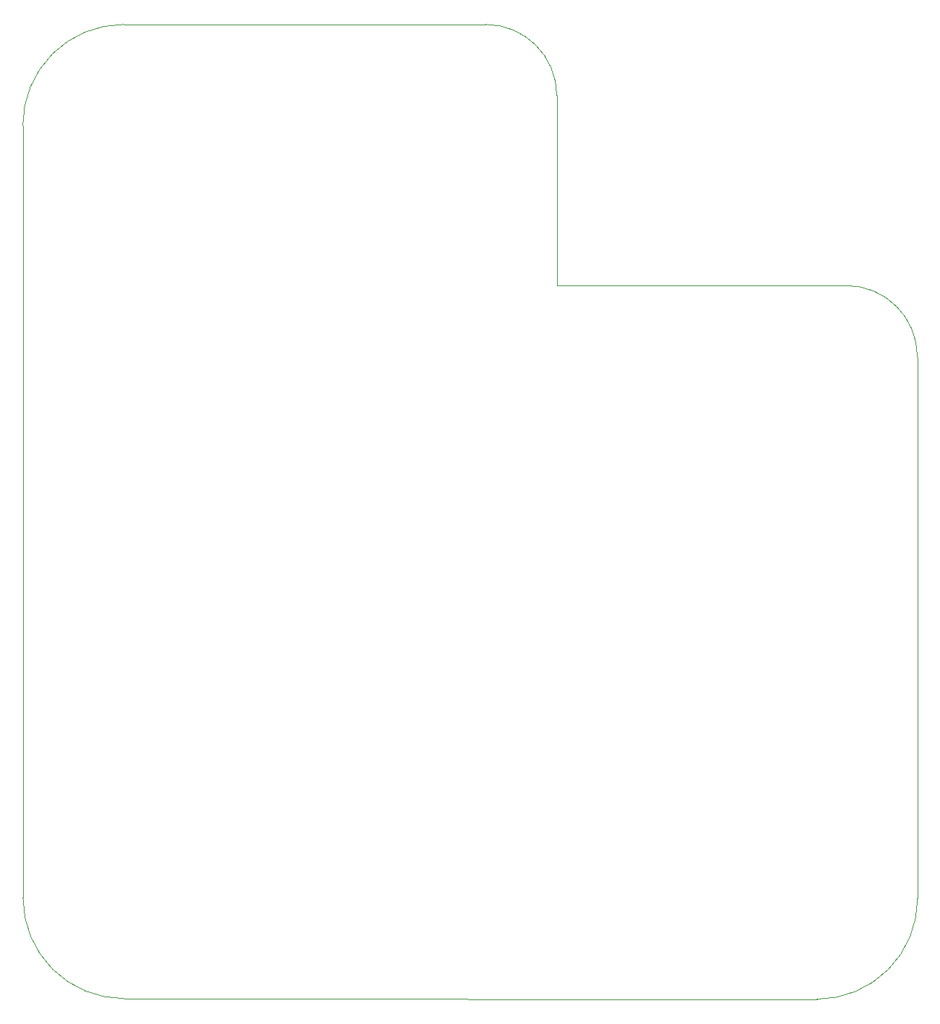
<source format=gbr>
%TF.GenerationSoftware,KiCad,Pcbnew,7.0.8*%
%TF.CreationDate,2023-12-22T14:09:36-07:00*%
%TF.ProjectId,VESC-6-MK5,56455343-2d36-42d4-9d4b-352e6b696361,rev?*%
%TF.SameCoordinates,Original*%
%TF.FileFunction,Profile,NP*%
%FSLAX46Y46*%
G04 Gerber Fmt 4.6, Leading zero omitted, Abs format (unit mm)*
G04 Created by KiCad (PCBNEW 7.0.8) date 2023-12-22 14:09:36*
%MOMM*%
%LPD*%
G01*
G04 APERTURE LIST*
%TA.AperFunction,Profile*%
%ADD10C,0.100000*%
%TD*%
G04 APERTURE END LIST*
D10*
X207670000Y-68830000D02*
X216420000Y-68830000D01*
X238140000Y-152480000D02*
G75*
G03*
X249939933Y-140640203I0J11800000D01*
G01*
X207660000Y-46610000D02*
X207670000Y-68830000D01*
X216420000Y-68830000D02*
X241580000Y-68870000D01*
X156890000Y-38280000D02*
G75*
G03*
X145090067Y-50119797I0J-11800000D01*
G01*
X156890000Y-38280000D02*
X199330000Y-38280000D01*
X145110000Y-140610000D02*
G75*
G03*
X156949797Y-152409933I11800000J0D01*
G01*
X156949797Y-152409933D02*
X238140000Y-152480000D01*
X145090067Y-50119797D02*
X145110000Y-140610000D01*
X207660000Y-46610000D02*
G75*
G03*
X199330000Y-38280000I-8330000J0D01*
G01*
X249939933Y-140640203D02*
X249910000Y-77200000D01*
X249910000Y-77200000D02*
G75*
G03*
X241580000Y-68870000I-8330000J0D01*
G01*
M02*

</source>
